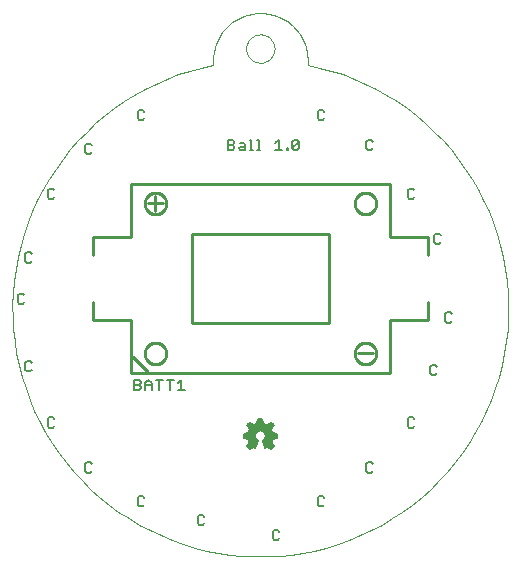
<source format=gto>
G75*
G70*
%OFA0B0*%
%FSLAX24Y24*%
%IPPOS*%
%LPD*%
%AMOC8*
5,1,8,0,0,1.08239X$1,22.5*
%
%ADD10C,0.0000*%
%ADD11C,0.0060*%
%ADD12C,0.0100*%
D10*
X008826Y018518D02*
X008432Y018431D01*
X008043Y018326D01*
X007660Y018201D01*
X007283Y018059D01*
X006913Y017897D01*
X006552Y017719D01*
X006200Y017522D01*
X005858Y017309D01*
X005527Y017079D01*
X005207Y016834D01*
X004900Y016573D01*
X004605Y016298D01*
X004325Y016008D01*
X004059Y015705D01*
X003808Y015390D01*
X003572Y015063D01*
X003353Y014724D01*
X003151Y014376D01*
X002966Y014018D01*
X002798Y013651D01*
X002649Y013276D01*
X002518Y012895D01*
X002406Y012508D01*
X002313Y012116D01*
X002239Y011720D01*
X002184Y011320D01*
X002149Y010919D01*
X002134Y010516D01*
X002138Y010113D01*
X002162Y009710D01*
X002205Y009310D01*
X002268Y008911D01*
X002351Y008517D01*
X002452Y008127D01*
X002572Y007742D01*
X002711Y007364D01*
X002868Y006992D01*
X003043Y006629D01*
X003236Y006275D01*
X003446Y005931D01*
X003672Y005597D01*
X003914Y005275D01*
X004171Y004965D01*
X004444Y004668D01*
X004730Y004384D01*
X005030Y004115D01*
X005343Y003860D01*
X005668Y003622D01*
X006004Y003399D01*
X006351Y003193D01*
X006707Y003004D01*
X007072Y002833D01*
X007444Y002680D01*
X007824Y002545D01*
X008210Y002429D01*
X008601Y002331D01*
X008997Y002253D01*
X009396Y002194D01*
X009797Y002155D01*
X010199Y002135D01*
X010603Y002135D01*
X011005Y002155D01*
X011406Y002194D01*
X011805Y002253D01*
X012201Y002331D01*
X012592Y002429D01*
X012978Y002545D01*
X013358Y002680D01*
X013730Y002833D01*
X014095Y003004D01*
X014451Y003193D01*
X014798Y003399D01*
X015134Y003622D01*
X015459Y003860D01*
X015772Y004115D01*
X016072Y004384D01*
X016358Y004668D01*
X016631Y004965D01*
X016888Y005275D01*
X017130Y005597D01*
X017356Y005931D01*
X017566Y006275D01*
X017759Y006629D01*
X017934Y006992D01*
X018091Y007364D01*
X018230Y007742D01*
X018350Y008127D01*
X018451Y008517D01*
X018534Y008911D01*
X018597Y009310D01*
X018640Y009710D01*
X018664Y010113D01*
X018668Y010516D01*
X018653Y010919D01*
X018618Y011320D01*
X018563Y011720D01*
X018489Y012116D01*
X018396Y012508D01*
X018284Y012895D01*
X018153Y013276D01*
X018004Y013651D01*
X017836Y014018D01*
X017651Y014376D01*
X017449Y014724D01*
X017230Y015063D01*
X016994Y015390D01*
X016743Y015705D01*
X016477Y016008D01*
X016197Y016298D01*
X015902Y016573D01*
X015595Y016834D01*
X015275Y017079D01*
X014944Y017309D01*
X014602Y017522D01*
X014250Y017719D01*
X013889Y017897D01*
X013519Y018059D01*
X013142Y018201D01*
X012759Y018326D01*
X012370Y018431D01*
X011976Y018518D01*
X011976Y018669D01*
X011974Y018746D01*
X011968Y018823D01*
X011959Y018900D01*
X011946Y018976D01*
X011929Y019052D01*
X011908Y019126D01*
X011884Y019200D01*
X011856Y019272D01*
X011825Y019342D01*
X011790Y019411D01*
X011752Y019479D01*
X011711Y019544D01*
X011666Y019607D01*
X011618Y019668D01*
X011568Y019727D01*
X011515Y019783D01*
X011459Y019836D01*
X011400Y019886D01*
X011339Y019934D01*
X011276Y019979D01*
X011211Y020020D01*
X011143Y020058D01*
X011074Y020093D01*
X011004Y020124D01*
X010932Y020152D01*
X010858Y020176D01*
X010784Y020197D01*
X010708Y020214D01*
X010632Y020227D01*
X010555Y020236D01*
X010478Y020242D01*
X010401Y020244D01*
X009929Y019063D02*
X009931Y019106D01*
X009937Y019148D01*
X009947Y019190D01*
X009960Y019231D01*
X009977Y019271D01*
X009998Y019308D01*
X010022Y019344D01*
X010049Y019377D01*
X010079Y019408D01*
X010112Y019436D01*
X010147Y019461D01*
X010184Y019482D01*
X010223Y019500D01*
X010263Y019514D01*
X010305Y019525D01*
X010347Y019532D01*
X010390Y019535D01*
X010433Y019534D01*
X010476Y019529D01*
X010518Y019520D01*
X010559Y019508D01*
X010599Y019492D01*
X010637Y019472D01*
X010673Y019449D01*
X010707Y019422D01*
X010739Y019393D01*
X010767Y019361D01*
X010793Y019326D01*
X010815Y019290D01*
X010834Y019251D01*
X010849Y019211D01*
X010861Y019170D01*
X010869Y019127D01*
X010873Y019084D01*
X010873Y019042D01*
X010869Y018999D01*
X010861Y018956D01*
X010849Y018915D01*
X010834Y018875D01*
X010815Y018836D01*
X010793Y018800D01*
X010767Y018765D01*
X010739Y018733D01*
X010707Y018704D01*
X010673Y018677D01*
X010637Y018654D01*
X010599Y018634D01*
X010559Y018618D01*
X010518Y018606D01*
X010476Y018597D01*
X010433Y018592D01*
X010390Y018591D01*
X010347Y018594D01*
X010305Y018601D01*
X010263Y018612D01*
X010223Y018626D01*
X010184Y018644D01*
X010147Y018665D01*
X010112Y018690D01*
X010079Y018718D01*
X010049Y018749D01*
X010022Y018782D01*
X009998Y018818D01*
X009977Y018855D01*
X009960Y018895D01*
X009947Y018936D01*
X009937Y018978D01*
X009931Y019020D01*
X009929Y019063D01*
X008826Y018669D02*
X008828Y018746D01*
X008834Y018823D01*
X008843Y018900D01*
X008856Y018976D01*
X008873Y019052D01*
X008894Y019126D01*
X008918Y019200D01*
X008946Y019272D01*
X008977Y019342D01*
X009012Y019411D01*
X009050Y019479D01*
X009091Y019544D01*
X009136Y019607D01*
X009184Y019668D01*
X009234Y019727D01*
X009287Y019783D01*
X009343Y019836D01*
X009402Y019886D01*
X009463Y019934D01*
X009526Y019979D01*
X009591Y020020D01*
X009659Y020058D01*
X009728Y020093D01*
X009798Y020124D01*
X009870Y020152D01*
X009944Y020176D01*
X010018Y020197D01*
X010094Y020214D01*
X010170Y020227D01*
X010247Y020236D01*
X010324Y020242D01*
X010401Y020244D01*
X008826Y018669D02*
X008826Y018518D01*
D11*
X004556Y004988D02*
X004613Y004931D01*
X004726Y004931D01*
X004783Y004988D01*
X004556Y004988D02*
X004556Y005215D01*
X004613Y005272D01*
X004726Y005272D01*
X004783Y005215D01*
X003533Y006488D02*
X003476Y006431D01*
X003363Y006431D01*
X003306Y006488D01*
X003306Y006715D01*
X003363Y006772D01*
X003476Y006772D01*
X003533Y006715D01*
X002726Y008306D02*
X002613Y008306D01*
X002556Y008363D01*
X002556Y008590D01*
X002613Y008647D01*
X002726Y008647D01*
X002783Y008590D01*
X002783Y008363D02*
X002726Y008306D01*
X002476Y010556D02*
X002533Y010613D01*
X002476Y010556D02*
X002363Y010556D01*
X002306Y010613D01*
X002306Y010840D01*
X002363Y010897D01*
X002476Y010897D01*
X002533Y010840D01*
X002613Y011931D02*
X002726Y011931D01*
X002783Y011988D01*
X002613Y011931D02*
X002556Y011988D01*
X002556Y012215D01*
X002613Y012272D01*
X002726Y012272D01*
X002783Y012215D01*
X003363Y014056D02*
X003306Y014113D01*
X003306Y014340D01*
X003363Y014397D01*
X003476Y014397D01*
X003533Y014340D01*
X003533Y014113D02*
X003476Y014056D01*
X003363Y014056D01*
X004613Y015556D02*
X004726Y015556D01*
X004783Y015613D01*
X004613Y015556D02*
X004556Y015613D01*
X004556Y015840D01*
X004613Y015897D01*
X004726Y015897D01*
X004783Y015840D01*
X006306Y016738D02*
X006363Y016681D01*
X006476Y016681D01*
X006533Y016738D01*
X006306Y016738D02*
X006306Y016965D01*
X006363Y017022D01*
X006476Y017022D01*
X006533Y016965D01*
X009306Y016022D02*
X009306Y015681D01*
X009476Y015681D01*
X009533Y015738D01*
X009533Y015795D01*
X009476Y015851D01*
X009306Y015851D01*
X009476Y015851D02*
X009533Y015908D01*
X009533Y015965D01*
X009476Y016022D01*
X009306Y016022D01*
X009731Y015908D02*
X009845Y015908D01*
X009901Y015851D01*
X009901Y015681D01*
X009731Y015681D01*
X009675Y015738D01*
X009731Y015795D01*
X009901Y015795D01*
X010043Y015681D02*
X010156Y015681D01*
X010100Y015681D02*
X010100Y016022D01*
X010043Y016022D01*
X010288Y016022D02*
X010345Y016022D01*
X010345Y015681D01*
X010288Y015681D02*
X010402Y015681D01*
X010902Y015681D02*
X011129Y015681D01*
X011016Y015681D02*
X011016Y016022D01*
X010902Y015908D01*
X011271Y015738D02*
X011327Y015738D01*
X011327Y015681D01*
X011271Y015681D01*
X011271Y015738D01*
X011455Y015738D02*
X011455Y015965D01*
X011511Y016022D01*
X011625Y016022D01*
X011681Y015965D01*
X011455Y015738D01*
X011511Y015681D01*
X011625Y015681D01*
X011681Y015738D01*
X011681Y015965D01*
X012363Y016681D02*
X012476Y016681D01*
X012533Y016738D01*
X012363Y016681D02*
X012306Y016738D01*
X012306Y016965D01*
X012363Y017022D01*
X012476Y017022D01*
X012533Y016965D01*
X013931Y015965D02*
X013931Y015738D01*
X013988Y015681D01*
X014101Y015681D01*
X014158Y015738D01*
X014158Y015965D02*
X014101Y016022D01*
X013988Y016022D01*
X013931Y015965D01*
X015363Y014397D02*
X015306Y014340D01*
X015306Y014113D01*
X015363Y014056D01*
X015476Y014056D01*
X015533Y014113D01*
X015533Y014340D02*
X015476Y014397D01*
X015363Y014397D01*
X016238Y012897D02*
X016181Y012840D01*
X016181Y012613D01*
X016238Y012556D01*
X016351Y012556D01*
X016408Y012613D01*
X016408Y012840D02*
X016351Y012897D01*
X016238Y012897D01*
X016613Y010272D02*
X016556Y010215D01*
X016556Y009988D01*
X016613Y009931D01*
X016726Y009931D01*
X016783Y009988D01*
X016783Y010215D02*
X016726Y010272D01*
X016613Y010272D01*
X016226Y008522D02*
X016113Y008522D01*
X016056Y008465D01*
X016056Y008238D01*
X016113Y008181D01*
X016226Y008181D01*
X016283Y008238D01*
X016283Y008465D02*
X016226Y008522D01*
X015476Y006772D02*
X015363Y006772D01*
X015306Y006715D01*
X015306Y006488D01*
X015363Y006431D01*
X015476Y006431D01*
X015533Y006488D01*
X015533Y006715D02*
X015476Y006772D01*
X014101Y005272D02*
X013988Y005272D01*
X013931Y005215D01*
X013931Y004988D01*
X013988Y004931D01*
X014101Y004931D01*
X014158Y004988D01*
X014158Y005215D02*
X014101Y005272D01*
X012533Y004090D02*
X012476Y004147D01*
X012363Y004147D01*
X012306Y004090D01*
X012306Y003863D01*
X012363Y003806D01*
X012476Y003806D01*
X012533Y003863D01*
X011033Y002965D02*
X010976Y003022D01*
X010863Y003022D01*
X010806Y002965D01*
X010806Y002738D01*
X010863Y002681D01*
X010976Y002681D01*
X011033Y002738D01*
X008533Y003238D02*
X008476Y003181D01*
X008363Y003181D01*
X008306Y003238D01*
X008306Y003465D01*
X008363Y003522D01*
X008476Y003522D01*
X008533Y003465D01*
X006533Y003863D02*
X006476Y003806D01*
X006363Y003806D01*
X006306Y003863D01*
X006306Y004090D01*
X006363Y004147D01*
X006476Y004147D01*
X006533Y004090D01*
X009959Y005804D02*
X010039Y005934D01*
X009989Y006064D01*
X009839Y006094D01*
X009839Y006224D01*
X009989Y006244D01*
X010049Y006374D01*
X009959Y006504D01*
X010049Y006594D01*
X010179Y006504D01*
X010299Y006554D01*
X010329Y006714D01*
X010459Y006714D01*
X010489Y006554D01*
X010609Y006504D01*
X010749Y006594D01*
X010839Y006504D01*
X010749Y006374D01*
X010799Y006254D01*
X010949Y006224D01*
X010949Y006094D01*
X010809Y006064D01*
X010749Y005934D01*
X010839Y005804D01*
X010749Y005714D01*
X010629Y005794D01*
X010569Y005764D01*
X010479Y005994D01*
X010539Y005964D02*
X010639Y006164D01*
X010539Y006314D01*
X010389Y006364D01*
X010239Y006314D01*
X010189Y006164D01*
X010239Y006014D01*
X010289Y005964D01*
X010189Y005814D01*
X010039Y005764D01*
X009989Y005814D01*
X010089Y005964D01*
X009989Y006114D01*
X009889Y006114D01*
X009889Y006214D01*
X010039Y006214D01*
X010089Y006364D01*
X009989Y006514D01*
X010039Y006564D01*
X010189Y006464D01*
X010339Y006564D01*
X010339Y006664D01*
X010439Y006664D01*
X010489Y006514D01*
X010639Y006464D01*
X010739Y006564D01*
X010789Y006514D01*
X010739Y006364D01*
X010789Y006214D01*
X010939Y006214D01*
X010889Y006114D01*
X010739Y006064D01*
X010739Y005914D01*
X010789Y005814D01*
X010739Y005764D01*
X010639Y005814D01*
X010589Y005814D01*
X010539Y005964D01*
X010543Y005952D02*
X010739Y005952D01*
X010739Y006011D02*
X010562Y006011D01*
X010591Y006069D02*
X010755Y006069D01*
X010621Y006128D02*
X010896Y006128D01*
X010925Y006186D02*
X010624Y006186D01*
X010585Y006245D02*
X010778Y006245D01*
X010759Y006303D02*
X010546Y006303D01*
X010395Y006362D02*
X010739Y006362D01*
X010758Y006420D02*
X010051Y006420D01*
X010088Y006362D02*
X010383Y006362D01*
X010235Y006303D02*
X010069Y006303D01*
X010049Y006245D02*
X010216Y006245D01*
X010196Y006186D02*
X009889Y006186D01*
X009889Y006128D02*
X010201Y006128D01*
X010220Y006069D02*
X010019Y006069D01*
X010058Y006011D02*
X010242Y006011D01*
X010281Y005952D02*
X010081Y005952D01*
X010042Y005893D02*
X010242Y005893D01*
X010203Y005835D02*
X010003Y005835D01*
X009959Y005804D02*
X010049Y005714D01*
X010169Y005794D01*
X010219Y005764D01*
X010319Y005994D01*
X010297Y006007D01*
X010277Y006023D01*
X010259Y006042D01*
X010244Y006064D01*
X010233Y006087D01*
X010225Y006112D01*
X010221Y006137D01*
X010220Y006163D01*
X010223Y006189D01*
X010230Y006214D01*
X010241Y006237D01*
X010254Y006259D01*
X010271Y006279D01*
X010290Y006296D01*
X010312Y006311D01*
X010336Y006321D01*
X010360Y006329D01*
X010386Y006333D01*
X010412Y006333D01*
X010438Y006329D01*
X010462Y006321D01*
X010486Y006311D01*
X010508Y006296D01*
X010527Y006279D01*
X010544Y006259D01*
X010557Y006237D01*
X010568Y006214D01*
X010575Y006189D01*
X010578Y006163D01*
X010577Y006137D01*
X010573Y006112D01*
X010565Y006087D01*
X010554Y006064D01*
X010539Y006042D01*
X010521Y006023D01*
X010501Y006007D01*
X010479Y005994D01*
X010562Y005893D02*
X010749Y005893D01*
X010778Y005835D02*
X010582Y005835D01*
X010714Y005776D02*
X010751Y005776D01*
X010077Y005776D02*
X010026Y005776D01*
X010012Y006479D02*
X010166Y006479D01*
X010211Y006479D02*
X010593Y006479D01*
X010654Y006479D02*
X010777Y006479D01*
X010765Y006537D02*
X010712Y006537D01*
X010481Y006537D02*
X010299Y006537D01*
X010339Y006596D02*
X010461Y006596D01*
X010442Y006654D02*
X010339Y006654D01*
X010078Y006537D02*
X010012Y006537D01*
X007881Y007681D02*
X007654Y007681D01*
X007768Y007681D02*
X007768Y008022D01*
X007654Y007908D01*
X007513Y008022D02*
X007286Y008022D01*
X007400Y008022D02*
X007400Y007681D01*
X007031Y007681D02*
X007031Y008022D01*
X006918Y008022D02*
X007145Y008022D01*
X006776Y007908D02*
X006776Y007681D01*
X006776Y007851D02*
X006550Y007851D01*
X006550Y007908D02*
X006550Y007681D01*
X006408Y007738D02*
X006351Y007681D01*
X006181Y007681D01*
X006181Y008022D01*
X006351Y008022D01*
X006408Y007965D01*
X006408Y007908D01*
X006351Y007851D01*
X006181Y007851D01*
X006351Y007851D02*
X006408Y007795D01*
X006408Y007738D01*
X006550Y007908D02*
X006663Y008022D01*
X006776Y007908D01*
D12*
X006651Y008276D02*
X006151Y008776D01*
X006071Y008252D02*
X006071Y010023D01*
X004811Y010023D01*
X004811Y010614D01*
X004811Y012189D02*
X004811Y012779D01*
X006071Y012779D01*
X006071Y014551D01*
X014732Y014551D01*
X014732Y012779D01*
X015992Y012779D01*
X015992Y012189D01*
X015992Y010614D02*
X015992Y010023D01*
X014732Y010023D01*
X014732Y008252D01*
X006071Y008252D01*
X006547Y008901D02*
X006549Y008938D01*
X006555Y008975D01*
X006564Y009010D01*
X006578Y009045D01*
X006594Y009078D01*
X006615Y009109D01*
X006638Y009138D01*
X006664Y009164D01*
X006693Y009187D01*
X006724Y009208D01*
X006757Y009224D01*
X006792Y009238D01*
X006827Y009247D01*
X006864Y009253D01*
X006901Y009255D01*
X006938Y009253D01*
X006975Y009247D01*
X007010Y009238D01*
X007045Y009224D01*
X007078Y009208D01*
X007109Y009187D01*
X007138Y009164D01*
X007164Y009138D01*
X007187Y009109D01*
X007208Y009078D01*
X007224Y009045D01*
X007238Y009010D01*
X007247Y008975D01*
X007253Y008938D01*
X007255Y008901D01*
X007253Y008864D01*
X007247Y008827D01*
X007238Y008792D01*
X007224Y008757D01*
X007208Y008724D01*
X007187Y008693D01*
X007164Y008664D01*
X007138Y008638D01*
X007109Y008615D01*
X007078Y008594D01*
X007045Y008578D01*
X007010Y008564D01*
X006975Y008555D01*
X006938Y008549D01*
X006901Y008547D01*
X006864Y008549D01*
X006827Y008555D01*
X006792Y008564D01*
X006757Y008578D01*
X006724Y008594D01*
X006693Y008615D01*
X006664Y008638D01*
X006638Y008664D01*
X006615Y008693D01*
X006594Y008724D01*
X006578Y008757D01*
X006564Y008792D01*
X006555Y008827D01*
X006549Y008864D01*
X006547Y008901D01*
X008118Y009905D02*
X012685Y009905D01*
X012685Y012897D01*
X008118Y012897D01*
X008118Y009905D01*
X006901Y013651D02*
X006901Y014151D01*
X006547Y013901D02*
X006549Y013938D01*
X006555Y013975D01*
X006564Y014010D01*
X006578Y014045D01*
X006594Y014078D01*
X006615Y014109D01*
X006638Y014138D01*
X006664Y014164D01*
X006693Y014187D01*
X006724Y014208D01*
X006757Y014224D01*
X006792Y014238D01*
X006827Y014247D01*
X006864Y014253D01*
X006901Y014255D01*
X006938Y014253D01*
X006975Y014247D01*
X007010Y014238D01*
X007045Y014224D01*
X007078Y014208D01*
X007109Y014187D01*
X007138Y014164D01*
X007164Y014138D01*
X007187Y014109D01*
X007208Y014078D01*
X007224Y014045D01*
X007238Y014010D01*
X007247Y013975D01*
X007253Y013938D01*
X007255Y013901D01*
X007253Y013864D01*
X007247Y013827D01*
X007238Y013792D01*
X007224Y013757D01*
X007208Y013724D01*
X007187Y013693D01*
X007164Y013664D01*
X007138Y013638D01*
X007109Y013615D01*
X007078Y013594D01*
X007045Y013578D01*
X007010Y013564D01*
X006975Y013555D01*
X006938Y013549D01*
X006901Y013547D01*
X006864Y013549D01*
X006827Y013555D01*
X006792Y013564D01*
X006757Y013578D01*
X006724Y013594D01*
X006693Y013615D01*
X006664Y013638D01*
X006638Y013664D01*
X006615Y013693D01*
X006594Y013724D01*
X006578Y013757D01*
X006564Y013792D01*
X006555Y013827D01*
X006549Y013864D01*
X006547Y013901D01*
X006651Y013901D02*
X007151Y013901D01*
X013651Y008901D02*
X014151Y008901D01*
X013547Y008901D02*
X013549Y008938D01*
X013555Y008975D01*
X013564Y009010D01*
X013578Y009045D01*
X013594Y009078D01*
X013615Y009109D01*
X013638Y009138D01*
X013664Y009164D01*
X013693Y009187D01*
X013724Y009208D01*
X013757Y009224D01*
X013792Y009238D01*
X013827Y009247D01*
X013864Y009253D01*
X013901Y009255D01*
X013938Y009253D01*
X013975Y009247D01*
X014010Y009238D01*
X014045Y009224D01*
X014078Y009208D01*
X014109Y009187D01*
X014138Y009164D01*
X014164Y009138D01*
X014187Y009109D01*
X014208Y009078D01*
X014224Y009045D01*
X014238Y009010D01*
X014247Y008975D01*
X014253Y008938D01*
X014255Y008901D01*
X014253Y008864D01*
X014247Y008827D01*
X014238Y008792D01*
X014224Y008757D01*
X014208Y008724D01*
X014187Y008693D01*
X014164Y008664D01*
X014138Y008638D01*
X014109Y008615D01*
X014078Y008594D01*
X014045Y008578D01*
X014010Y008564D01*
X013975Y008555D01*
X013938Y008549D01*
X013901Y008547D01*
X013864Y008549D01*
X013827Y008555D01*
X013792Y008564D01*
X013757Y008578D01*
X013724Y008594D01*
X013693Y008615D01*
X013664Y008638D01*
X013638Y008664D01*
X013615Y008693D01*
X013594Y008724D01*
X013578Y008757D01*
X013564Y008792D01*
X013555Y008827D01*
X013549Y008864D01*
X013547Y008901D01*
X013547Y013901D02*
X013549Y013938D01*
X013555Y013975D01*
X013564Y014010D01*
X013578Y014045D01*
X013594Y014078D01*
X013615Y014109D01*
X013638Y014138D01*
X013664Y014164D01*
X013693Y014187D01*
X013724Y014208D01*
X013757Y014224D01*
X013792Y014238D01*
X013827Y014247D01*
X013864Y014253D01*
X013901Y014255D01*
X013938Y014253D01*
X013975Y014247D01*
X014010Y014238D01*
X014045Y014224D01*
X014078Y014208D01*
X014109Y014187D01*
X014138Y014164D01*
X014164Y014138D01*
X014187Y014109D01*
X014208Y014078D01*
X014224Y014045D01*
X014238Y014010D01*
X014247Y013975D01*
X014253Y013938D01*
X014255Y013901D01*
X014253Y013864D01*
X014247Y013827D01*
X014238Y013792D01*
X014224Y013757D01*
X014208Y013724D01*
X014187Y013693D01*
X014164Y013664D01*
X014138Y013638D01*
X014109Y013615D01*
X014078Y013594D01*
X014045Y013578D01*
X014010Y013564D01*
X013975Y013555D01*
X013938Y013549D01*
X013901Y013547D01*
X013864Y013549D01*
X013827Y013555D01*
X013792Y013564D01*
X013757Y013578D01*
X013724Y013594D01*
X013693Y013615D01*
X013664Y013638D01*
X013638Y013664D01*
X013615Y013693D01*
X013594Y013724D01*
X013578Y013757D01*
X013564Y013792D01*
X013555Y013827D01*
X013549Y013864D01*
X013547Y013901D01*
M02*

</source>
